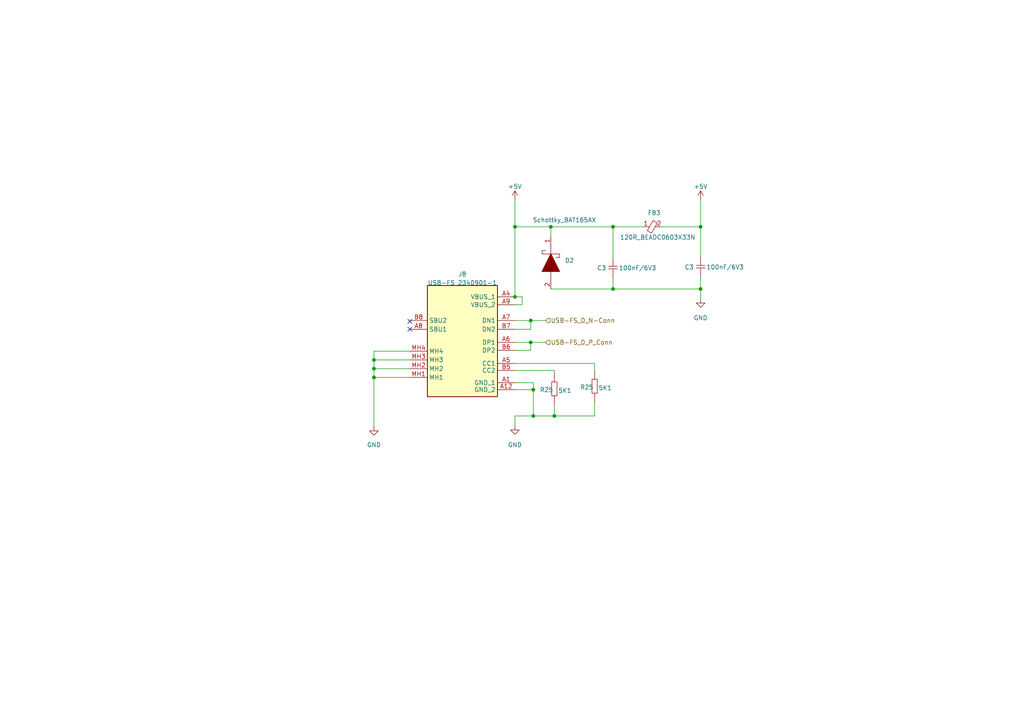
<source format=kicad_sch>
(kicad_sch (version 20230121) (generator eeschema)
  (paper "A4")
  (lib_symbols
    (symbol "C_CER/6.3V_1" (pin_names (offset 0.762))
      (property "Reference" "C" (at 8.89 6.35 0))
      (property "Value" "C_CER/6.3V" (at 8.89 3.81 0))
      (symbol "C_CER/6.3V_1_0_1"
        (polyline (pts (xy 5.588 -1.016) (xy 5.588 -1.27)))
        (polyline (pts (xy 5.588 1.27) (xy 5.588 -1.016)))
        (polyline (pts (xy 6.35 1.27) (xy 6.35 -1.27)))
      )
      (symbol "C_CER/6.3V_1_1_1"
        (pin input line (at 3.048 0 0) (length 2.54) (name "") (number ""))
        (pin input line (at 8.89 0 180) (length 2.54) (name "") (number ""))
      )
    )
    (symbol "Fermion_1:2340901-1_USB-FS"
      (property "Reference" "J" (at 5.08 13.716 0))
      (property "Value" "2340901-1_USB-FS" (at 5.08 -21.082 0))
      (symbol "2340901-1_USB-FS_1_1"
        (rectangle (start 5.08 11.938) (end 25.4 -20.32) (stroke (width 0.254)) (fill (type background)))
        (pin passive line (at 30.48 -16.256 180) (length 5.08) (name "GND_1") (number "A1"))
        (pin passive line (at 30.48 -18.288 180) (length 5.08) (name "GND_2") (number "A12"))
        (pin passive line (at 30.48 8.636 180) (length 5.08) (name "VBUS_1") (number "A4"))
        (pin passive line (at 30.48 -10.668 180) (length 5.08) (name "CC1") (number "A5"))
        (pin passive line (at 30.48 -4.572 180) (length 5.08) (name "DP1") (number "A6"))
        (pin passive line (at 30.48 1.778 180) (length 5.08) (name "DN1") (number "A7"))
        (pin passive line (at 0 -0.762 0) (length 5.08) (name "SBU1") (number "A8"))
        (pin passive line (at 30.48 6.35 180) (length 5.08) (name "VBUS_2") (number "A9"))
        (pin passive line (at 30.48 -12.7 180) (length 5.08) (name "CC2") (number "B5"))
        (pin passive line (at 30.48 -6.858 180) (length 5.08) (name "DP2") (number "B6"))
        (pin passive line (at 30.48 -0.762 180) (length 5.08) (name "DN2") (number "B7"))
        (pin passive line (at 0 1.778 0) (length 5.08) (name "SBU2") (number "B8"))
        (pin passive line (at 0 -14.732 0) (length 5.08) (name "MH1") (number "MH1"))
        (pin passive line (at 0 -12.192 0) (length 5.08) (name "MH2") (number "MH2"))
        (pin passive line (at 0 -9.652 0) (length 5.08) (name "MH3") (number "MH3"))
        (pin passive line (at 0 -7.112 0) (length 5.08) (name "MH4") (number "MH4"))
      )
    )
    (symbol "Fermion_1:BAT165AX" (pin_names (offset 0.762))
      (property "Reference" "D" (at 12.7 8.89 0))
      (property "Value" "BAT165AX" (at 12.7 6.35 0))
      (symbol "BAT165AX_0_0"
        (pin passive line (at 2.54 0 0) (length 2.54) (name "~") (number "1"))
        (pin passive line (at 17.78 0 180) (length 2.54) (name "~") (number "2"))
      )
      (symbol "BAT165AX_0_1"
        (polyline (pts (xy 5.08 0) (xy 7.62 0)) (stroke (width 0.1524)))
        (polyline (pts (xy 7.62 2.54) (xy 7.62 -2.54)) (stroke (width 0.1524)))
        (polyline (pts (xy 12.7 0) (xy 15.24 0)) (stroke (width 0.1524)))
        (polyline (pts (xy 7.62 -2.54) (xy 6.604 -2.54) (xy 6.604 -1.524)) (stroke (width 0.1524)))
        (polyline (pts (xy 7.62 2.54) (xy 8.636 2.54) (xy 8.636 1.524)) (stroke (width 0.1524)))
        (polyline (pts (xy 7.62 0) (xy 12.7 2.54) (xy 12.7 -2.54) (xy 7.62 0)) (stroke (width 0.254)) (fill (type outline)))
      )
    )
    (symbol "Fermion_1:FB_BEADC0603X33N" (pin_names (offset 0.762))
      (property "Reference" "FB" (at -1.524 3.302 0))
      (property "Value" "FB_BEADC0603X33N" (at -7.62 -5.334 0))
      (symbol "FB_BEADC0603X33N_0_1"
        (polyline (pts (xy -0.889 0) (xy -1.2954 0)))
        (polyline (pts (xy 1.27 0) (xy 0.7874 0)))
        (polyline (pts (xy -0.2794 -1.8288) (xy -1.4986 -1.1176) (xy 0.2032 1.8288) (xy 1.4224 1.1176) (xy -0.2794 -1.8288)))
      )
      (symbol "FB_BEADC0603X33N_1_1"
        (pin passive line (at -2.54 0 0) (length 1.27) (name "~") (number "1"))
        (pin passive line (at 2.54 0 180) (length 1.27) (name "~") (number "2"))
      )
    )
    (symbol "Fermion_1:R_0402" (pin_names (offset 0.762))
      (property "Reference" "R" (at 13.97 6.35 0))
      (property "Value" "R_0402" (at 13.97 3.81 0))
      (symbol "R_0402_0_1"
        (rectangle (start 6.096 1.016) (end 10.16 -0.508))
      )
      (symbol "R_0402_1_1"
        (pin input line (at 3.556 0.254 0) (length 2.54) (name "") (number ""))
        (pin input line (at 12.7 0.254 180) (length 2.54) (name "") (number ""))
      )
    )
    (symbol "power:+5V" (power) (pin_names (offset 0))
      (property "Value" "+5V" (at 0 3.556 0))
      (symbol "+5V_0_1"
        (polyline (pts (xy -0.762 1.27) (xy 0 2.54)))
        (polyline (pts (xy 0 0) (xy 0 2.54)))
        (polyline (pts (xy 0 2.54) (xy 0.762 1.27)))
      )
      (symbol "+5V_1_1"
        (pin power_in line (at 0 0 90) (length 0) hide (name "+5V") (number "1"))
      )
    )
    (symbol "power:GND" (power) (pin_names (offset 0))
      (property "Value" "GND" (at 0 -3.81 0))
      (symbol "GND_0_1"
        (polyline (pts (xy 0 0) (xy 0 -1.27) (xy 1.27 -1.27) (xy 0 -2.54) (xy -1.27 -1.27) (xy 0 -1.27)))
      )
      (symbol "GND_1_1"
        (pin power_in line (at 0 0 270) (length 0) hide (name "GND") (number "1"))
      )
    )
  )
  (junction (at 203.2 65.786))
  (junction (at 177.8 65.786))
  (junction (at 203.2 83.82))
  (junction (at 108.458 104.394))
  (junction (at 149.352 65.786))
  (junction (at 149.352 86.106))
  (junction (at 153.924 99.314))
  (junction (at 154.686 113.03))
  (junction (at 108.458 106.934))
  (junction (at 154.686 120.65))
  (junction (at 108.458 109.474))
  (junction (at 159.766 65.786))
  (junction (at 160.782 120.65))
  (junction (at 153.924 92.964))
  (junction (at 177.8 83.82))
  (no_connect (at 118.872 93.218))
  (no_connect (at 118.872 95.504))
  (wire (pts (xy 154.686 113.03) (xy 154.686 120.65)))
  (wire (pts (xy 172.466 120.65) (xy 160.782 120.65)))
  (wire (pts (xy 118.872 101.854) (xy 108.458 101.854)))
  (wire (pts (xy 149.352 101.6) (xy 153.924 101.6)))
  (wire (pts (xy 203.2 83.82) (xy 203.2 86.614)))
  (wire (pts (xy 153.924 99.314) (xy 158.242 99.314)))
  (wire (pts (xy 191.77 65.786) (xy 203.2 65.786)))
  (wire (pts (xy 203.2 65.786) (xy 203.2 74.422)))
  (wire (pts (xy 149.352 57.912) (xy 149.352 65.786)))
  (wire (pts (xy 177.8 65.786) (xy 177.8 74.676)))
  (wire (pts (xy 149.352 65.786) (xy 159.766 65.786)))
  (wire (pts (xy 177.8 80.518) (xy 177.8 83.82)))
  (wire (pts (xy 108.458 101.854) (xy 108.458 104.394)))
  (wire (pts (xy 203.2 80.264) (xy 203.2 83.82)))
  (wire (pts (xy 108.458 104.394) (xy 108.458 106.934)))
  (wire (pts (xy 149.352 86.106) (xy 149.352 65.786)))
  (wire (pts (xy 160.782 117.348) (xy 160.782 120.65)))
  (wire (pts (xy 151.4348 88.392) (xy 151.4348 86.106)))
  (wire (pts (xy 108.458 106.934) (xy 118.872 106.934)))
  (wire (pts (xy 118.872 109.474) (xy 108.458 109.474)))
  (wire (pts (xy 154.686 110.998) (xy 154.686 113.03)))
  (wire (pts (xy 154.686 120.65) (xy 149.352 120.65)))
  (wire (pts (xy 159.766 65.786) (xy 177.8 65.786)))
  (wire (pts (xy 151.4348 86.106) (xy 149.352 86.106)))
  (wire (pts (xy 159.766 83.82) (xy 177.8 83.82)))
  (wire (pts (xy 172.466 116.586) (xy 172.466 120.65)))
  (wire (pts (xy 160.782 107.442) (xy 160.782 108.204)))
  (wire (pts (xy 108.458 109.474) (xy 108.458 123.698)))
  (wire (pts (xy 177.8 83.82) (xy 203.2 83.82)))
  (wire (pts (xy 149.352 99.314) (xy 153.924 99.314)))
  (wire (pts (xy 203.2 57.912) (xy 203.2 65.786)))
  (wire (pts (xy 177.8 65.786) (xy 186.69 65.786)))
  (wire (pts (xy 149.352 88.392) (xy 151.4348 88.392)))
  (wire (pts (xy 149.352 92.964) (xy 153.924 92.964)))
  (wire (pts (xy 153.924 92.964) (xy 158.242 92.964)))
  (wire (pts (xy 153.924 101.6) (xy 153.924 99.314)))
  (wire (pts (xy 159.766 65.786) (xy 159.766 68.58)))
  (wire (pts (xy 149.352 105.41) (xy 172.466 105.41)))
  (wire (pts (xy 118.872 104.394) (xy 108.458 104.394)))
  (wire (pts (xy 149.352 120.65) (xy 149.352 123.444)))
  (wire (pts (xy 149.352 107.442) (xy 160.782 107.442)))
  (wire (pts (xy 108.458 106.934) (xy 108.458 109.474)))
  (wire (pts (xy 149.352 113.03) (xy 154.686 113.03)))
  (wire (pts (xy 153.924 95.504) (xy 153.924 92.964)))
  (wire (pts (xy 160.782 120.65) (xy 154.686 120.65)))
  (wire (pts (xy 149.352 110.998) (xy 154.686 110.998)))
  (wire (pts (xy 149.352 95.504) (xy 153.924 95.504)))
  (wire (pts (xy 172.466 105.41) (xy 172.466 107.442)))
  (hierarchical_label "USB-FS_D_P_Conn" (shape input) (at 158.242 99.314 0))
  (hierarchical_label "USB-FS_D_N-Conn" (shape input) (at 158.242 92.964 0))
  (symbol (lib_id "Fermion_1:FB_BEADC0603X33N") (at 189.23 65.786 0) (unit 1)
    (property "Reference" "FB3" (at 189.738 61.722 0))
    (property "Value" "120R_BEADC0603X33N" (at 190.754 68.834 0))
    (property "Footprint" "Fermion_1:BEADC2012X110N" (effects hide))
    (property "Datasheet" "https://product.tdk.com/system/files/dam/doc/product/emc/emc/beads/catalog/beads_commercial_signal_mmz0603-e_en.pdf" (effects hide))
    (property "Description" "Ferrite Chip beads, For general signal line, GHz noise countermeasure (general signal line, high-speed signal line), 0603" (effects hide))
    (property "Height" "0.33" (effects hide))
    (property "Mouser Part Number" "810-MMZ0603D161ET000" (effects hide))
    (property "Mouser Price/Stock" "https://www.mouser.co.uk/ProductDetail/TDK/MMZ0603D161ET000?qs=f9yNj16SXrJ0Nmmwx%2FV7Iw%3D%3D" (effects hide))
    (property "Manufacturer_Name" "TDK" (effects hide))
    (property "Manufacturer_Part_Number" "MMZ0603D161ET000" (effects hide))
  )
  (symbol (lib_id "power:GND") (at 108.458 123.698 0) (unit 1)
    (property "Reference" "#PWR033" (effects hide))
    (property "Value" "GND" (at 108.458 129.032 0))
  )
  (symbol (lib_id "Fermion_1:2340901-1_USB-FS") (at 118.872 94.742 0) (unit 1)
    (property "Reference" "J8" (at 134.112 79.502 0))
    (property "Value" "USB-FS_2340901-1" (at 134.112 82.042 0))
    (property "Footprint" "Fermion_1:USB-FS_23409011" (effects hide))
    (property "Datasheet" "https://www.te.com/commerce/DocumentDelivery/DDEController?Action=showdoc&DocId=Customer+Drawing%7F2340901%7FA%7Fpdf%7FEnglish%7FENG_CD_2340901_A.pdf%7F2340901-1" (effects hide))
    (property "Height" "3.36" (effects hide))
    (property "Manufacturer_Name" "TE Connectivity" (effects hide))
    (property "Manufacturer_Part_Number" "2340901-1" (effects hide))
    (property "Description" "USB_FS connector" (effects hide))
  )
  (symbol (lib_id "power:GND") (at 203.2 86.614 0) (unit 1)
    (property "Reference" "#PWR031" (effects hide))
    (property "Value" "GND" (at 203.2 92.202 0))
  )
  (symbol (lib_id "Fermion_1:BAT165AX") (at 159.766 66.04 270) (unit 1)
    (property "Reference" "D2" (at 163.83 75.565 90) (effects (justify left)))
    (property "Value" "Schottky_BAT165AX" (at 154.4828 63.8048 90) (effects (justify left)))
    (property "Footprint" "Fermion_1:BAT165AX" (effects hide))
    (property "Datasheet" "https://assets.nexperia.com/documents/data-sheet/BAT165A.pdf" (effects hide))
    (property "Description" "40V, 0.75A medium power Schottky barrier rectifier" (effects hide))
    (property "Height" "1.1" (effects hide))
    (property "Mouser Part Number" "771-BAT165AX" (effects hide))
    (property "Mouser Price/Stock" "https://www.mouser.co.uk/ProductDetail/Nexperia/BAT165AX?qs=1fQ7IOp4WriMQ9TlJoQ5jw%3D%3D" (effects hide))
    (property "Manufacturer_Name" "Nexperia" (effects hide))
    (property "Manufacturer_Part_Number" "BAT165AX" (effects hide))
  )
  (symbol (lib_name "C_CER/6.3V_1") (lib_id "Fermion_1:C_CER/6.3V") (at 203.2 83.312 90) (unit 1)
    (property "Reference" "C3" (at 199.898 77.47 90))
    (property "Value" "100nF/6V3" (at 210.312 77.47 90))
    (property "Footprint" "Fermion_1:0402CAP" (effects hide))
    (property "Datasheet" "https://datasheets.kyocera-avx.com/U-Series.pdf" (effects hide))
    (property "Description" "Multilayer Ceramic Capacitors MLCC - SMD/SMT 6.3V 22uF X5R 0402 20% Tol HIGH CV" (effects hide))
    (property "Height" "0.56" (effects hide))
    (property "Mouser Part Number" "581-04026D226MAT2A" (effects hide))
    (property "Mouser Price/Stock" "https://www.mouser.co.uk/ProductDetail/AVX/04026D226MAT2A?qs=L9xfcFkVX3eSCAzdzufHAA%3D%3D" (effects hide))
    (property "Manufacturer_Name" "AVX" (effects hide))
    (property "Manufacturer_Part_Number" "04026D226MAT2A" (effects hide))
    (instances (project "EMG_2" (path "" (reference "C3") (unit 1)) (path "" (reference "C63") (unit 1)) (path "" (reference "C28") (unit 1))))
  )
  (symbol (lib_name "C_CER/6.3V_1") (lib_id "Fermion_1:C_CER/6.3V") (at 177.8 83.566 90) (unit 1)
    (property "Reference" "C3" (at 174.498 77.724 90))
    (property "Value" "100nF/6V3" (at 184.912 77.724 90))
    (property "Footprint" "Fermion_1:0402CAP" (effects hide))
    (property "Datasheet" "https://datasheets.kyocera-avx.com/U-Series.pdf" (effects hide))
    (property "Description" "Multilayer Ceramic Capacitors MLCC - SMD/SMT 6.3V 22uF X5R 0402 20% Tol HIGH CV" (effects hide))
    (property "Height" "0.56" (effects hide))
    (property "Mouser Part Number" "581-04026D226MAT2A" (effects hide))
    (property "Mouser Price/Stock" "https://www.mouser.co.uk/ProductDetail/AVX/04026D226MAT2A?qs=L9xfcFkVX3eSCAzdzufHAA%3D%3D" (effects hide))
    (property "Manufacturer_Name" "AVX" (effects hide))
    (property "Manufacturer_Part_Number" "04026D226MAT2A" (effects hide))
    (instances (project "EMG_2" (path "" (reference "C3") (unit 1)) (path "" (reference "C63") (unit 1)) (path "" (reference "C27") (unit 1))))
  )
  (symbol (lib_id "Fermion_1:R_0402") (at 161.036 120.904 90) (unit 1)
    (property "Reference" "R25" (at 158.496 113.0808 90))
    (property "Value" "5K1" (at 163.83 113.284 90))
    (property "Footprint" "Fermion_1:RES0402" (effects hide))
    (property "Datasheet" "https://g.componentsearchengine.com/Datasheets/0/13902106.pdf" (effects hide))
    (property "Description" "CFN Series Metal Foil, Current Sense Resistor" (effects hide))
    (property "Height" "0.55" (effects hide))
    (property "Mouser Part Number" "652-CFN0402-JX-R020E" (effects hide))
    (property "Mouser Price/Stock" "https://www.mouser.co.uk/ProductDetail/Bourns/CFN0402-JX-R020ELF?qs=iLbezkQI%252Bsi0LPdSp%252B%2FClA%3D%3D" (effects hide))
    (property "Manufacturer_Name" "Bourns" (effects hide))
    (property "Manufacturer_Part_Number" "CFN0402-JX-R020ELF" (effects hide))
    (instances (project "EMG_2" (path "" (reference "R25") (unit 1)) (path "" (reference "R?") (unit 1)) (path "" (reference "R138") (unit 1))))
  )
  (symbol (lib_id "power:+5V") (at 203.2 57.912 0) (unit 1)
    (property "Reference" "#PWR021" (effects hide))
    (property "Value" "+V_USB_Filt" (at 203.2 54.102 0))
  )
  (symbol (lib_id "Fermion_1:R_0402") (at 172.72 120.142 90) (unit 1)
    (property "Reference" "R25" (at 170.18 112.3188 90))
    (property "Value" "5K1" (at 175.514 112.522 90))
    (property "Footprint" "Fermion_1:RES0402" (effects hide))
    (property "Datasheet" "https://g.componentsearchengine.com/Datasheets/0/13902106.pdf" (effects hide))
    (property "Description" "CFN Series Metal Foil, Current Sense Resistor" (effects hide))
    (property "Height" "0.55" (effects hide))
    (property "Mouser Part Number" "652-CFN0402-JX-R020E" (effects hide))
    (property "Mouser Price/Stock" "https://www.mouser.co.uk/ProductDetail/Bourns/CFN0402-JX-R020ELF?qs=iLbezkQI%252Bsi0LPdSp%252B%2FClA%3D%3D" (effects hide))
    (property "Manufacturer_Name" "Bourns" (effects hide))
    (property "Manufacturer_Part_Number" "CFN0402-JX-R020ELF" (effects hide))
    (instances (project "EMG_2" (path "" (reference "R25") (unit 1)) (path "" (reference "R?") (unit 1)) (path "" (reference "R139") (unit 1))))
  )
  (symbol (lib_id "power:+5V") (at 149.352 57.912 0) (unit 1)
    (property "Reference" "#PWR020" (effects hide))
    (property "Value" "+V_USB" (at 149.352 54.102 0))
  )
  (symbol (lib_id "power:GND") (at 149.352 123.444 0) (unit 1)
    (property "Reference" "#PWR032" (effects hide))
    (property "Value" "GND" (at 149.352 129.032 0))
  )
)
</source>
